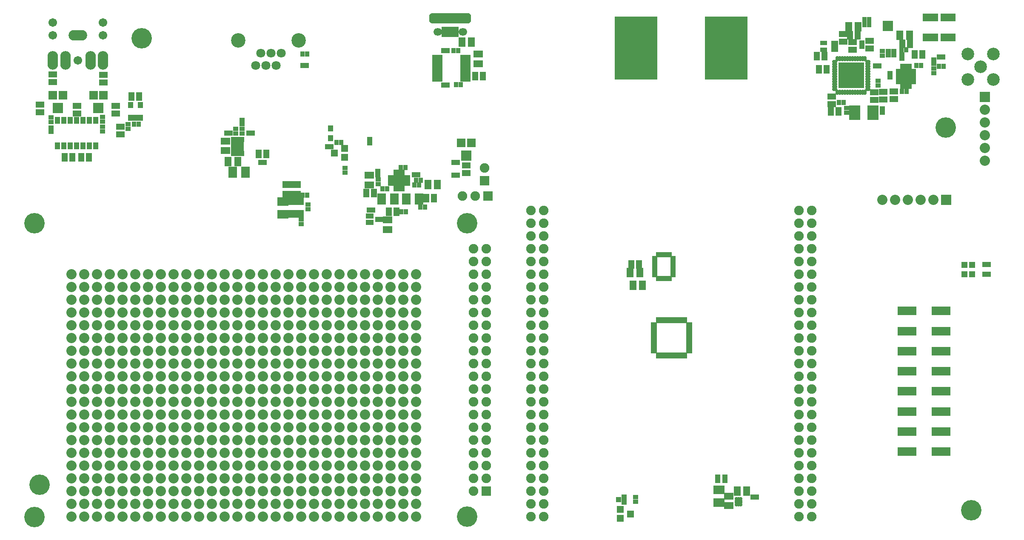
<source format=gts>
G04 (created by PCBNEW-RS274X (2012-jan-04)-stable) date Tue 19 Feb 2013 11:54:23 AM EST*
G01*
G70*
G90*
%MOIN*%
G04 Gerber Fmt 3.4, Leading zero omitted, Abs format*
%FSLAX34Y34*%
G04 APERTURE LIST*
%ADD10C,0.006000*%
%ADD11C,0.160000*%
%ADD12R,0.075000X0.075000*%
%ADD13C,0.075000*%
%ADD14R,0.035700X0.043600*%
%ADD15R,0.043600X0.035700*%
%ADD16R,0.045000X0.065000*%
%ADD17C,0.112900*%
%ADD18C,0.071200*%
%ADD19R,0.029800X0.055400*%
%ADD20R,0.055400X0.029800*%
%ADD21R,0.077100X0.077100*%
%ADD22R,0.065000X0.045000*%
%ADD23R,0.055000X0.075000*%
%ADD24R,0.098700X0.083000*%
%ADD25R,0.029800X0.043600*%
%ADD26C,0.080000*%
%ADD27R,0.080000X0.080000*%
%ADD28R,0.079100X0.118400*%
%ADD29R,0.027900X0.047600*%
%ADD30R,0.047600X0.027900*%
%ADD31C,0.098700*%
%ADD32R,0.075000X0.055000*%
%ADD33R,0.039700X0.055400*%
%ADD34R,0.059400X0.059400*%
%ADD35R,0.067200X0.088900*%
%ADD36R,0.088900X0.067200*%
%ADD37R,0.146000X0.067200*%
%ADD38R,0.080000X0.032500*%
%ADD39R,0.051400X0.051400*%
%ADD40R,0.029800X0.041000*%
%ADD41R,0.041000X0.029800*%
%ADD42C,0.067200*%
%ADD43O,0.083000X0.146000*%
%ADD44O,0.146000X0.083000*%
%ADD45R,0.053500X0.033800*%
%ADD46R,0.039700X0.051500*%
%ADD47R,0.040000X0.050000*%
%ADD48R,0.047600X0.059400*%
%ADD49R,0.056000X0.056000*%
%ADD50R,0.059400X0.043600*%
%ADD51O,0.042000X0.029800*%
%ADD52O,0.029800X0.042000*%
%ADD53R,0.205000X0.205000*%
%ADD54R,0.083000X0.079100*%
%ADD55R,0.067200X0.067200*%
%ADD56R,0.086900X0.114500*%
%ADD57O,0.069200X0.057400*%
%ADD58R,0.079100X0.083000*%
%ADD59R,0.035700X0.079100*%
%ADD60O,0.055400X0.083000*%
%ADD61R,0.029800X0.051500*%
%ADD62R,0.051500X0.029800*%
%ADD63R,0.335000X0.492500*%
%ADD64R,0.040900X0.040900*%
%ADD65C,0.028700*%
G04 APERTURE END LIST*
G54D10*
G54D11*
X35190Y-39770D03*
G54D12*
X36690Y-37770D03*
G54D13*
X35690Y-37770D03*
X36690Y-36770D03*
X35690Y-36770D03*
X36690Y-35770D03*
X35690Y-35770D03*
X36690Y-34770D03*
X35690Y-34770D03*
X36690Y-33770D03*
X35690Y-33770D03*
X36690Y-32770D03*
X35690Y-32770D03*
X36690Y-31770D03*
X35690Y-31770D03*
X36690Y-30770D03*
X35690Y-30770D03*
X36690Y-29770D03*
X35690Y-29770D03*
X36690Y-28770D03*
X35690Y-28770D03*
X36690Y-27770D03*
X35690Y-27770D03*
X36690Y-26770D03*
X35690Y-26770D03*
X36690Y-25770D03*
X35690Y-25770D03*
X36690Y-24770D03*
X35690Y-24770D03*
X36690Y-23770D03*
X35690Y-23770D03*
X36690Y-22770D03*
X35690Y-22770D03*
X36690Y-21770D03*
X35690Y-21770D03*
X36690Y-20770D03*
X35690Y-20770D03*
X36690Y-19770D03*
X35690Y-19770D03*
X36690Y-18770D03*
X35690Y-18770D03*
G54D11*
X35190Y-16770D03*
X01288Y-39805D03*
X01288Y-16770D03*
G54D14*
X69223Y-03180D03*
X69577Y-03180D03*
G54D15*
X69250Y-03533D03*
X69250Y-03887D03*
X67390Y-05967D03*
X67390Y-05613D03*
X68300Y-05357D03*
X68300Y-05003D03*
G54D16*
X63680Y-08000D03*
X64280Y-08000D03*
G54D17*
X21962Y-02450D03*
X17238Y-02450D03*
G54D18*
X20600Y-03434D03*
X20206Y-04419D03*
X19797Y-03434D03*
X19403Y-04419D03*
X18994Y-03434D03*
X18600Y-04419D03*
G54D11*
X01690Y-37270D03*
X72690Y-09270D03*
X74690Y-39270D03*
X09690Y-02270D03*
G54D19*
X29944Y-12844D03*
X30141Y-12844D03*
X29748Y-12844D03*
X29551Y-12844D03*
G54D20*
X30436Y-13139D03*
X30436Y-13335D03*
X30436Y-13729D03*
X30436Y-13533D03*
G54D19*
X29551Y-14025D03*
X29748Y-14025D03*
X30141Y-14025D03*
X29944Y-14025D03*
G54D20*
X29255Y-13533D03*
X29255Y-13729D03*
X29255Y-13335D03*
X29255Y-13139D03*
G54D21*
X29846Y-13434D03*
G54D22*
X67080Y-07120D03*
X67080Y-06520D03*
G54D23*
X48705Y-20650D03*
X47955Y-20650D03*
G54D16*
X48651Y-20002D03*
X48051Y-20002D03*
X09480Y-06860D03*
X08880Y-06860D03*
G54D24*
X17190Y-10770D03*
G54D25*
X17190Y-10219D03*
X16993Y-10219D03*
X16796Y-10219D03*
X16796Y-11321D03*
X17190Y-11321D03*
X16993Y-11321D03*
X17387Y-11321D03*
X17584Y-11321D03*
X17584Y-10219D03*
X17387Y-10219D03*
G54D26*
X16190Y-34770D03*
X16190Y-35770D03*
X17190Y-35770D03*
X17190Y-34770D03*
X19190Y-34770D03*
X19190Y-35770D03*
X18190Y-35770D03*
X18190Y-34770D03*
X18190Y-32770D03*
X18190Y-33770D03*
X19190Y-33770D03*
X19190Y-32770D03*
X17190Y-32770D03*
X17190Y-33770D03*
X16190Y-33770D03*
X16190Y-32770D03*
G54D14*
X67487Y-04460D03*
X67133Y-04460D03*
G54D27*
X68155Y-01325D03*
G54D28*
X69550Y-05270D03*
G54D29*
X69550Y-06018D03*
X69707Y-06018D03*
X69865Y-06018D03*
X69412Y-06018D03*
X69254Y-06018D03*
X69865Y-04522D03*
X69707Y-04521D03*
X69550Y-04521D03*
X69393Y-04521D03*
X69235Y-04521D03*
G54D30*
X68999Y-05270D03*
X68999Y-05427D03*
X68999Y-05585D03*
X68999Y-05113D03*
X68999Y-04955D03*
X68999Y-04798D03*
X68999Y-05742D03*
X70101Y-04798D03*
X70101Y-04955D03*
X70101Y-05113D03*
X70101Y-05270D03*
X70101Y-05427D03*
X70101Y-05585D03*
X70101Y-05742D03*
G54D31*
X75425Y-04515D03*
X76425Y-05515D03*
X74425Y-05515D03*
X74425Y-03515D03*
X76425Y-03515D03*
G54D14*
X33652Y-05945D03*
X33298Y-05945D03*
X34672Y-05920D03*
X34318Y-05920D03*
X33298Y-03240D03*
X33652Y-03240D03*
X34467Y-03240D03*
X34113Y-03240D03*
G54D16*
X36400Y-05240D03*
X35800Y-05240D03*
G54D32*
X36030Y-03525D03*
X36030Y-04275D03*
G54D33*
X04590Y-08720D03*
X04090Y-08720D03*
X03590Y-08720D03*
X03090Y-08720D03*
X05090Y-08720D03*
X05590Y-08720D03*
X06090Y-08720D03*
X04590Y-10720D03*
X05090Y-10720D03*
X05590Y-10720D03*
X06090Y-10720D03*
X04090Y-10720D03*
X03590Y-10720D03*
X03090Y-10720D03*
G54D34*
X72564Y-00648D03*
X73154Y-00648D03*
X73154Y-02222D03*
X72564Y-02222D03*
X71776Y-02222D03*
X71186Y-02222D03*
X71186Y-00648D03*
X71776Y-00648D03*
G54D35*
X17810Y-12780D03*
X16810Y-12780D03*
X28475Y-14865D03*
X29475Y-14865D03*
G54D36*
X20760Y-15070D03*
X20760Y-16070D03*
G54D35*
X30420Y-14865D03*
X31420Y-14865D03*
G54D36*
X54898Y-37666D03*
X54898Y-38666D03*
G54D37*
X69634Y-34683D03*
X72312Y-34683D03*
X69634Y-33108D03*
X72312Y-33108D03*
X69634Y-31533D03*
X72312Y-31533D03*
X69634Y-29958D03*
X72312Y-29958D03*
X69634Y-28384D03*
X72312Y-28384D03*
X69634Y-26809D03*
X72312Y-26809D03*
X69634Y-25234D03*
X72312Y-25234D03*
X69634Y-23659D03*
X72312Y-23659D03*
G54D13*
X40190Y-39770D03*
X40190Y-38770D03*
X40190Y-37770D03*
X40190Y-36770D03*
X40190Y-35770D03*
X40190Y-34770D03*
X40190Y-33770D03*
X40190Y-32770D03*
X40190Y-31770D03*
X40190Y-30770D03*
X40190Y-29770D03*
X40190Y-28770D03*
X40190Y-27770D03*
X40190Y-26770D03*
X40190Y-25770D03*
X40190Y-24770D03*
X40190Y-23770D03*
X40190Y-22770D03*
X40190Y-21770D03*
X40190Y-20770D03*
X40190Y-19770D03*
X40190Y-18770D03*
X40190Y-17770D03*
X40190Y-16770D03*
X40190Y-15770D03*
X62190Y-39770D03*
X62190Y-38770D03*
X62190Y-37770D03*
X62190Y-36770D03*
X62190Y-35770D03*
X62190Y-34770D03*
X62190Y-33770D03*
X62190Y-32770D03*
X62190Y-31770D03*
X62190Y-30770D03*
X62190Y-29770D03*
X62190Y-28770D03*
X62190Y-27770D03*
X62190Y-26770D03*
X62190Y-25770D03*
X62190Y-24770D03*
X62190Y-23770D03*
X62190Y-22770D03*
X62190Y-21770D03*
X62190Y-20770D03*
X62190Y-19770D03*
X62190Y-18770D03*
X62190Y-17770D03*
X62190Y-16770D03*
X62190Y-15770D03*
X61190Y-15770D03*
X61190Y-16770D03*
X61190Y-17770D03*
X61190Y-18770D03*
X61190Y-19770D03*
X61190Y-20770D03*
X61190Y-21770D03*
X61190Y-22770D03*
X61190Y-23770D03*
X61190Y-24770D03*
X61190Y-25770D03*
X61190Y-26770D03*
X61190Y-27770D03*
X61190Y-28770D03*
X61190Y-29770D03*
X61190Y-30770D03*
X61190Y-31770D03*
X61190Y-32770D03*
X61190Y-33770D03*
X61190Y-34770D03*
X61190Y-35770D03*
X61190Y-36770D03*
X61190Y-37770D03*
X61190Y-38770D03*
X61190Y-39770D03*
X41190Y-15770D03*
X41190Y-16770D03*
X41190Y-17770D03*
X41190Y-18770D03*
X41190Y-19770D03*
X41190Y-20770D03*
X41190Y-21770D03*
X41190Y-22770D03*
X41190Y-23770D03*
X41190Y-24770D03*
X41190Y-25770D03*
X41190Y-26770D03*
X41190Y-27770D03*
X41190Y-28770D03*
X41190Y-29770D03*
X41190Y-30770D03*
X41190Y-31770D03*
X41190Y-32770D03*
X41190Y-33770D03*
X41190Y-34770D03*
X41190Y-35770D03*
X41190Y-36770D03*
X41190Y-37770D03*
X41190Y-38770D03*
X41190Y-39770D03*
G54D38*
X35054Y-03747D03*
X35054Y-03997D03*
X35054Y-04497D03*
X35054Y-04247D03*
X35054Y-05247D03*
X35054Y-05497D03*
X35054Y-04997D03*
X35054Y-04747D03*
X32854Y-04747D03*
X32854Y-04997D03*
X32854Y-05497D03*
X32854Y-05247D03*
X32854Y-04247D03*
X32854Y-04497D03*
X32854Y-03997D03*
X32854Y-03747D03*
G54D39*
X74148Y-20042D03*
X74738Y-20042D03*
X74148Y-20790D03*
X74738Y-20790D03*
G54D40*
X51088Y-19253D03*
X50891Y-19253D03*
X50694Y-19253D03*
X50498Y-19253D03*
X50301Y-19253D03*
X50104Y-19253D03*
G54D41*
X49867Y-19490D03*
X49867Y-19687D03*
X49867Y-19884D03*
X49867Y-20081D03*
X49867Y-20277D03*
X49867Y-20474D03*
X49867Y-20671D03*
X49867Y-20868D03*
G54D40*
X50104Y-21105D03*
X50301Y-21105D03*
X50498Y-21105D03*
X50694Y-21105D03*
X50891Y-21105D03*
X51088Y-21105D03*
G54D41*
X51325Y-20868D03*
X51325Y-20671D03*
X51325Y-20474D03*
X51325Y-20277D03*
X51325Y-20081D03*
X51325Y-19884D03*
X51325Y-19687D03*
X51325Y-19490D03*
G54D27*
X72720Y-14940D03*
G54D26*
X71720Y-14940D03*
X70720Y-14940D03*
X69720Y-14940D03*
X68720Y-14940D03*
X67720Y-14940D03*
G54D27*
X75733Y-06892D03*
G54D26*
X75733Y-07892D03*
X75733Y-08892D03*
X75733Y-09892D03*
X75733Y-10892D03*
X75733Y-11892D03*
G54D12*
X36540Y-13455D03*
G54D13*
X36540Y-12455D03*
G54D42*
X04691Y-04010D03*
X06659Y-02042D03*
X06659Y-01057D03*
X02721Y-01057D03*
G54D43*
X02721Y-04010D03*
X05674Y-04010D03*
X06659Y-04010D03*
X03706Y-04010D03*
G54D44*
X04690Y-02042D03*
G54D42*
X02721Y-02042D03*
G54D15*
X68170Y-03268D03*
X68170Y-03622D03*
X68600Y-03268D03*
X68600Y-03622D03*
G54D14*
X22263Y-04420D03*
X22617Y-04420D03*
X22273Y-03520D03*
X22627Y-03520D03*
X25300Y-10435D03*
X24946Y-10435D03*
X24552Y-10790D03*
X24198Y-10790D03*
G54D15*
X25596Y-12817D03*
X25596Y-12463D03*
G54D14*
X34456Y-12005D03*
X34102Y-12005D03*
X34456Y-13005D03*
X34102Y-13005D03*
X31003Y-12980D03*
X31357Y-12980D03*
G54D15*
X71760Y-03933D03*
X71760Y-04287D03*
G54D14*
X31873Y-15520D03*
X31519Y-15520D03*
X75703Y-20022D03*
X76057Y-20022D03*
X75703Y-20770D03*
X76057Y-20770D03*
X31401Y-13788D03*
X31047Y-13788D03*
G54D15*
X28200Y-13712D03*
X28200Y-13358D03*
G54D14*
X18391Y-09727D03*
X18037Y-09727D03*
G54D15*
X17544Y-08664D03*
X17544Y-09018D03*
X64925Y-08107D03*
X64925Y-07753D03*
X67705Y-08122D03*
X67705Y-07768D03*
G54D14*
X69612Y-06435D03*
X69258Y-06435D03*
X70727Y-04405D03*
X70373Y-04405D03*
G54D15*
X71760Y-04653D03*
X71760Y-05007D03*
G54D14*
X72502Y-04470D03*
X72148Y-04470D03*
X72492Y-03745D03*
X72138Y-03745D03*
G54D15*
X67705Y-03283D03*
X67705Y-03637D03*
X54815Y-36985D03*
X54815Y-36631D03*
X55378Y-36985D03*
X55378Y-36631D03*
G54D14*
X57886Y-38245D03*
X57532Y-38245D03*
X27464Y-15756D03*
X27818Y-15756D03*
X66323Y-00800D03*
X66677Y-00800D03*
G54D15*
X08615Y-09372D03*
X08615Y-09018D03*
G54D14*
X09088Y-09020D03*
X09442Y-09020D03*
G54D15*
X02590Y-09268D03*
X02590Y-09622D03*
X06615Y-09218D03*
X06615Y-09572D03*
X06615Y-08443D03*
X06615Y-08797D03*
X02590Y-08493D03*
X02590Y-08847D03*
X22714Y-15664D03*
X22714Y-15310D03*
G54D14*
X22647Y-14570D03*
X22293Y-14570D03*
G54D15*
X22163Y-16845D03*
X22163Y-16491D03*
G54D14*
X30338Y-12410D03*
X29984Y-12410D03*
X30377Y-15874D03*
X30023Y-15874D03*
G54D15*
X27545Y-10173D03*
X27545Y-10527D03*
G54D14*
X31193Y-13400D03*
X31547Y-13400D03*
X66323Y-01200D03*
X66677Y-01200D03*
X28912Y-14095D03*
X28558Y-14095D03*
G54D15*
X17033Y-09392D03*
X17033Y-09746D03*
G54D14*
X19316Y-12010D03*
X18962Y-12010D03*
G54D15*
X17544Y-09392D03*
X17544Y-09746D03*
X66120Y-02598D03*
X66120Y-02952D03*
X28192Y-12666D03*
X28192Y-13020D03*
G54D14*
X16658Y-09707D03*
X16304Y-09707D03*
G54D22*
X06690Y-05745D03*
X06690Y-05145D03*
X02715Y-05720D03*
X02715Y-05120D03*
G54D16*
X65165Y-02055D03*
X65765Y-02055D03*
G54D22*
X65370Y-02585D03*
X65370Y-03185D03*
G54D16*
X29634Y-15874D03*
X29034Y-15874D03*
X27262Y-14418D03*
X27862Y-14418D03*
G54D22*
X07640Y-07570D03*
X07640Y-08170D03*
G54D16*
X62575Y-03685D03*
X63175Y-03685D03*
G54D22*
X63740Y-07430D03*
X63740Y-06830D03*
G54D16*
X19439Y-11341D03*
X18839Y-11341D03*
G54D22*
X64650Y-01950D03*
X64650Y-02550D03*
X01715Y-07470D03*
X01715Y-08070D03*
G54D16*
X05540Y-11620D03*
X04940Y-11620D03*
X03640Y-11620D03*
X04240Y-11620D03*
X63340Y-04700D03*
X62740Y-04700D03*
G54D22*
X08015Y-09820D03*
X08015Y-09220D03*
G54D16*
X32587Y-14811D03*
X31987Y-14811D03*
G54D22*
X67765Y-07080D03*
X67765Y-06480D03*
X66720Y-02470D03*
X66720Y-03070D03*
X68600Y-07060D03*
X68600Y-06460D03*
G54D16*
X70845Y-03540D03*
X70245Y-03540D03*
X69290Y-02700D03*
X69890Y-02700D03*
G54D22*
X35122Y-12260D03*
X35122Y-12860D03*
X04615Y-07595D03*
X04615Y-08195D03*
G54D23*
X65075Y-01375D03*
X65825Y-01375D03*
X69085Y-02060D03*
X69835Y-02060D03*
X48923Y-21656D03*
X48173Y-21656D03*
X32855Y-13740D03*
X32105Y-13740D03*
G54D32*
X55662Y-38165D03*
X55662Y-38915D03*
G54D23*
X56330Y-37792D03*
X57080Y-37792D03*
G54D32*
X21790Y-13755D03*
X21790Y-14505D03*
X21080Y-14505D03*
X21080Y-13755D03*
X27510Y-13025D03*
X27510Y-13775D03*
G54D23*
X35526Y-02573D03*
X34776Y-02573D03*
G54D32*
X16245Y-11086D03*
X16245Y-10336D03*
G54D23*
X16455Y-11940D03*
X17205Y-11940D03*
G54D32*
X28940Y-17273D03*
X28940Y-16523D03*
G54D45*
X63988Y-02915D03*
X63988Y-03171D03*
X63988Y-02659D03*
X63122Y-03171D03*
X63122Y-02659D03*
G54D46*
X24493Y-09333D03*
X24493Y-10121D03*
G54D47*
X08815Y-08520D03*
X09565Y-08520D03*
X08815Y-07520D03*
X09190Y-08520D03*
X09565Y-07520D03*
G54D48*
X21390Y-15030D03*
X21765Y-15030D03*
X22140Y-15030D03*
X22140Y-16030D03*
X21765Y-16030D03*
X21390Y-16030D03*
G54D49*
X25590Y-10920D03*
X25590Y-11620D03*
X24790Y-11270D03*
G54D50*
X27543Y-16721D03*
X27543Y-16209D03*
X28291Y-16465D03*
G54D51*
X66584Y-06273D03*
X66584Y-06076D03*
X66584Y-05879D03*
X66584Y-05682D03*
X66584Y-05485D03*
X66584Y-05288D03*
X66584Y-05082D03*
X66584Y-04885D03*
X66584Y-04688D03*
X66584Y-04491D03*
X66584Y-04294D03*
X66584Y-04107D03*
G54D52*
X66358Y-03881D03*
X66161Y-03881D03*
X65964Y-03881D03*
X65767Y-03881D03*
X65570Y-03881D03*
X65373Y-03881D03*
X65177Y-03881D03*
X64980Y-03881D03*
X64783Y-03881D03*
X64586Y-03881D03*
X64389Y-03881D03*
X64192Y-03881D03*
G54D51*
X63966Y-04107D03*
X63966Y-04304D03*
X63966Y-04501D03*
X63966Y-04698D03*
X63966Y-04895D03*
X63966Y-05092D03*
X63966Y-05288D03*
X63966Y-05485D03*
X63966Y-05682D03*
X63966Y-05879D03*
X63966Y-06076D03*
X63966Y-06273D03*
G54D52*
X64192Y-06499D03*
X64389Y-06499D03*
X64586Y-06499D03*
X64783Y-06499D03*
X64980Y-06499D03*
X65177Y-06499D03*
X65374Y-06499D03*
X65570Y-06499D03*
X65767Y-06499D03*
X65964Y-06499D03*
X66161Y-06499D03*
X66358Y-06499D03*
G54D53*
X65275Y-05190D03*
G54D54*
X03115Y-07763D03*
G54D55*
X02721Y-06759D03*
X03509Y-06759D03*
G54D54*
X06290Y-07763D03*
G54D55*
X05896Y-06759D03*
X06684Y-06759D03*
G54D56*
X66993Y-08105D03*
X65537Y-08105D03*
G54D57*
X32864Y-01770D03*
G54D58*
X32766Y-00707D03*
X34931Y-00707D03*
X33455Y-00707D03*
G54D59*
X34348Y-01786D03*
X34098Y-01786D03*
X33848Y-01786D03*
X33598Y-01786D03*
X33348Y-01786D03*
G54D60*
X32470Y-00707D03*
X35226Y-00707D03*
G54D58*
X34242Y-00707D03*
G54D57*
X34832Y-01770D03*
G54D61*
X50107Y-27146D03*
X50304Y-27146D03*
X50501Y-27146D03*
X50697Y-27146D03*
X50894Y-27146D03*
X51091Y-27146D03*
X51288Y-27146D03*
X51485Y-27146D03*
X51682Y-27146D03*
X51879Y-27146D03*
X52075Y-27146D03*
X52272Y-27146D03*
G54D62*
X52567Y-26852D03*
X52567Y-26655D03*
X52567Y-26458D03*
X52567Y-26262D03*
X52567Y-26065D03*
X52567Y-25868D03*
X52567Y-25671D03*
X52567Y-25474D03*
X52567Y-25277D03*
X52567Y-25080D03*
X52567Y-24884D03*
X52567Y-24687D03*
G54D61*
X52273Y-24392D03*
X52076Y-24392D03*
X51879Y-24392D03*
X51682Y-24392D03*
X51485Y-24392D03*
X51288Y-24392D03*
X51091Y-24392D03*
X50895Y-24392D03*
X50698Y-24392D03*
X50501Y-24392D03*
X50304Y-24392D03*
X50107Y-24392D03*
G54D62*
X49811Y-24687D03*
X49811Y-24884D03*
X49811Y-25080D03*
X49811Y-25277D03*
X49811Y-25474D03*
X49811Y-25671D03*
X49811Y-25868D03*
X49811Y-26065D03*
X49811Y-26262D03*
X49811Y-26458D03*
X49811Y-26655D03*
X49811Y-26852D03*
G54D26*
X20190Y-34770D03*
X20190Y-35770D03*
X21190Y-35770D03*
X21190Y-34770D03*
X23190Y-34770D03*
X23190Y-35770D03*
X22190Y-35770D03*
X22190Y-34770D03*
X22190Y-32770D03*
X22190Y-33770D03*
X23190Y-33770D03*
X23190Y-32770D03*
X21190Y-32770D03*
X21190Y-33770D03*
X20190Y-33770D03*
X20190Y-32770D03*
X20190Y-30770D03*
X20190Y-31770D03*
X21190Y-31770D03*
X21190Y-30770D03*
X23190Y-30770D03*
X23190Y-31770D03*
X22190Y-31770D03*
X22190Y-30770D03*
X22190Y-28770D03*
X22190Y-29770D03*
X23190Y-29770D03*
X23190Y-28770D03*
X21190Y-28770D03*
X21190Y-29770D03*
X20190Y-29770D03*
X20190Y-28770D03*
X16190Y-30770D03*
X16190Y-31770D03*
X17190Y-31770D03*
X17190Y-30770D03*
X19190Y-30770D03*
X19190Y-31770D03*
X18190Y-31770D03*
X18190Y-30770D03*
X18190Y-28770D03*
X18190Y-29770D03*
X19190Y-29770D03*
X19190Y-28770D03*
X17190Y-28770D03*
X17190Y-29770D03*
X16190Y-29770D03*
X16190Y-28770D03*
X24190Y-30770D03*
X24190Y-31770D03*
X25190Y-31770D03*
X25190Y-30770D03*
X27190Y-30770D03*
X27190Y-31770D03*
X26190Y-31770D03*
X26190Y-30770D03*
X26190Y-28770D03*
X26190Y-29770D03*
X27190Y-29770D03*
X27190Y-28770D03*
X25190Y-28770D03*
X25190Y-29770D03*
X24190Y-29770D03*
X24190Y-28770D03*
X28190Y-30770D03*
X28190Y-31770D03*
X29190Y-31770D03*
X29190Y-30770D03*
X31190Y-30770D03*
X31190Y-31770D03*
X30190Y-31770D03*
X30190Y-30770D03*
X30190Y-28770D03*
X30190Y-29770D03*
X31190Y-29770D03*
X31190Y-28770D03*
X29190Y-28770D03*
X29190Y-29770D03*
X28190Y-29770D03*
X28190Y-28770D03*
X28190Y-34770D03*
X28190Y-35770D03*
X29190Y-35770D03*
X29190Y-34770D03*
X31190Y-34770D03*
X31190Y-35770D03*
X30190Y-35770D03*
X30190Y-34770D03*
X30190Y-32770D03*
X30190Y-33770D03*
X31190Y-33770D03*
X31190Y-32770D03*
X29190Y-32770D03*
X29190Y-33770D03*
X28190Y-33770D03*
X28190Y-32770D03*
X24190Y-34770D03*
X24190Y-35770D03*
X25190Y-35770D03*
X25190Y-34770D03*
X27190Y-34770D03*
X27190Y-35770D03*
X26190Y-35770D03*
X26190Y-34770D03*
X26190Y-32770D03*
X26190Y-33770D03*
X27190Y-33770D03*
X27190Y-32770D03*
X25190Y-32770D03*
X25190Y-33770D03*
X24190Y-33770D03*
X24190Y-32770D03*
X24190Y-26770D03*
X24190Y-27770D03*
X25190Y-27770D03*
X25190Y-26770D03*
X27190Y-26770D03*
X27190Y-27770D03*
X26190Y-27770D03*
X26190Y-26770D03*
X26190Y-24770D03*
X26190Y-25770D03*
X27190Y-25770D03*
X27190Y-24770D03*
X25190Y-24770D03*
X25190Y-25770D03*
X24190Y-25770D03*
X24190Y-24770D03*
X28190Y-26770D03*
X28190Y-27770D03*
X29190Y-27770D03*
X29190Y-26770D03*
X31190Y-26770D03*
X31190Y-27770D03*
X30190Y-27770D03*
X30190Y-26770D03*
X30190Y-24770D03*
X30190Y-25770D03*
X31190Y-25770D03*
X31190Y-24770D03*
X29190Y-24770D03*
X29190Y-25770D03*
X28190Y-25770D03*
X28190Y-24770D03*
X28190Y-22770D03*
X28190Y-23770D03*
X29190Y-23770D03*
X29190Y-22770D03*
X31190Y-22770D03*
X31190Y-23770D03*
X30190Y-23770D03*
X30190Y-22770D03*
X30190Y-20770D03*
X30190Y-21770D03*
X31190Y-21770D03*
X31190Y-20770D03*
X29190Y-20770D03*
X29190Y-21770D03*
X28190Y-21770D03*
X28190Y-20770D03*
X24190Y-22770D03*
X24190Y-23770D03*
X25190Y-23770D03*
X25190Y-22770D03*
X27190Y-22770D03*
X27190Y-23770D03*
X26190Y-23770D03*
X26190Y-22770D03*
X26190Y-20770D03*
X26190Y-21770D03*
X27190Y-21770D03*
X27190Y-20770D03*
X25190Y-20770D03*
X25190Y-21770D03*
X24190Y-21770D03*
X24190Y-20770D03*
X20190Y-26770D03*
X20190Y-27770D03*
X21190Y-27770D03*
X21190Y-26770D03*
X23190Y-26770D03*
X23190Y-27770D03*
X22190Y-27770D03*
X22190Y-26770D03*
X22190Y-24770D03*
X22190Y-25770D03*
X23190Y-25770D03*
X23190Y-24770D03*
X21190Y-24770D03*
X21190Y-25770D03*
X20190Y-25770D03*
X20190Y-24770D03*
X16190Y-26770D03*
X16190Y-27770D03*
X17190Y-27770D03*
X17190Y-26770D03*
X19190Y-26770D03*
X19190Y-27770D03*
X18190Y-27770D03*
X18190Y-26770D03*
X18190Y-24770D03*
X18190Y-25770D03*
X19190Y-25770D03*
X19190Y-24770D03*
X17190Y-24770D03*
X17190Y-25770D03*
X16190Y-25770D03*
X16190Y-24770D03*
X16190Y-22770D03*
X16190Y-23770D03*
X17190Y-23770D03*
X17190Y-22770D03*
X19190Y-22770D03*
X19190Y-23770D03*
X18190Y-23770D03*
X18190Y-22770D03*
X18190Y-20770D03*
X18190Y-21770D03*
X19190Y-21770D03*
X19190Y-20770D03*
X17190Y-20770D03*
X17190Y-21770D03*
X16190Y-21770D03*
X16190Y-20770D03*
X04190Y-34770D03*
X04190Y-35770D03*
X05190Y-35770D03*
X05190Y-34770D03*
X07190Y-34770D03*
X07190Y-35770D03*
X06190Y-35770D03*
X06190Y-34770D03*
X06190Y-32770D03*
X06190Y-33770D03*
X07190Y-33770D03*
X07190Y-32770D03*
X05190Y-32770D03*
X05190Y-33770D03*
X04190Y-33770D03*
X04190Y-32770D03*
X12190Y-34770D03*
X12190Y-35770D03*
X13190Y-35770D03*
X13190Y-34770D03*
X15190Y-34770D03*
X15190Y-35770D03*
X14190Y-35770D03*
X14190Y-34770D03*
X14190Y-32770D03*
X14190Y-33770D03*
X15190Y-33770D03*
X15190Y-32770D03*
X13190Y-32770D03*
X13190Y-33770D03*
X12190Y-33770D03*
X12190Y-32770D03*
X12190Y-30770D03*
X12190Y-31770D03*
X13190Y-31770D03*
X13190Y-30770D03*
X15190Y-30770D03*
X15190Y-31770D03*
X14190Y-31770D03*
X14190Y-30770D03*
X14190Y-28770D03*
X14190Y-29770D03*
X15190Y-29770D03*
X15190Y-28770D03*
X13190Y-28770D03*
X13190Y-29770D03*
X12190Y-29770D03*
X12190Y-28770D03*
X12190Y-22770D03*
X12190Y-23770D03*
X13190Y-23770D03*
X13190Y-22770D03*
X15190Y-22770D03*
X15190Y-23770D03*
X14190Y-23770D03*
X14190Y-22770D03*
X14190Y-20770D03*
X14190Y-21770D03*
X15190Y-21770D03*
X15190Y-20770D03*
X13190Y-20770D03*
X13190Y-21770D03*
X12190Y-21770D03*
X12190Y-20770D03*
X12190Y-26770D03*
X12190Y-27770D03*
X13190Y-27770D03*
X13190Y-26770D03*
X15190Y-26770D03*
X15190Y-27770D03*
X14190Y-27770D03*
X14190Y-26770D03*
X14190Y-24770D03*
X14190Y-25770D03*
X15190Y-25770D03*
X15190Y-24770D03*
X13190Y-24770D03*
X13190Y-25770D03*
X12190Y-25770D03*
X12190Y-24770D03*
X04190Y-26770D03*
X04190Y-27770D03*
X05190Y-27770D03*
X05190Y-26770D03*
X07190Y-26770D03*
X07190Y-27770D03*
X06190Y-27770D03*
X06190Y-26770D03*
X06190Y-24770D03*
X06190Y-25770D03*
X07190Y-25770D03*
X07190Y-24770D03*
X05190Y-24770D03*
X05190Y-25770D03*
X04190Y-25770D03*
X04190Y-24770D03*
X04190Y-22770D03*
X04190Y-23770D03*
X05190Y-23770D03*
X05190Y-22770D03*
X07190Y-22770D03*
X07190Y-23770D03*
X06190Y-23770D03*
X06190Y-22770D03*
X06190Y-20770D03*
X06190Y-21770D03*
X07190Y-21770D03*
X07190Y-20770D03*
X05190Y-20770D03*
X05190Y-21770D03*
X04190Y-21770D03*
X04190Y-20770D03*
X04190Y-30770D03*
X04190Y-31770D03*
X05190Y-31770D03*
X05190Y-30770D03*
X07190Y-30770D03*
X07190Y-31770D03*
X06190Y-31770D03*
X06190Y-30770D03*
X06190Y-28770D03*
X06190Y-29770D03*
X07190Y-29770D03*
X07190Y-28770D03*
X05190Y-28770D03*
X05190Y-29770D03*
X04190Y-29770D03*
X04190Y-28770D03*
X04190Y-38770D03*
X04190Y-39770D03*
X05190Y-39770D03*
X05190Y-38770D03*
X07190Y-38770D03*
X07190Y-39770D03*
X06190Y-39770D03*
X06190Y-38770D03*
X06190Y-36770D03*
X06190Y-37770D03*
X07190Y-37770D03*
X07190Y-36770D03*
X05190Y-36770D03*
X05190Y-37770D03*
X04190Y-37770D03*
X04190Y-36770D03*
X12190Y-38770D03*
X12190Y-39770D03*
X13190Y-39770D03*
X13190Y-38770D03*
X15190Y-38770D03*
X15190Y-39770D03*
X14190Y-39770D03*
X14190Y-38770D03*
X14190Y-36770D03*
X14190Y-37770D03*
X15190Y-37770D03*
X15190Y-36770D03*
X13190Y-36770D03*
X13190Y-37770D03*
X12190Y-37770D03*
X12190Y-36770D03*
X16190Y-38770D03*
X16190Y-39770D03*
X17190Y-39770D03*
X17190Y-38770D03*
X19190Y-38770D03*
X19190Y-39770D03*
X18190Y-39770D03*
X18190Y-38770D03*
X18190Y-36770D03*
X18190Y-37770D03*
X19190Y-37770D03*
X19190Y-36770D03*
X17190Y-36770D03*
X17190Y-37770D03*
X16190Y-37770D03*
X16190Y-36770D03*
X20190Y-38770D03*
X20190Y-39770D03*
X21190Y-39770D03*
X21190Y-38770D03*
X23190Y-38770D03*
X23190Y-39770D03*
X22190Y-39770D03*
X22190Y-38770D03*
X22190Y-36770D03*
X22190Y-37770D03*
X23190Y-37770D03*
X23190Y-36770D03*
X21190Y-36770D03*
X21190Y-37770D03*
X20190Y-37770D03*
X20190Y-36770D03*
X24190Y-38770D03*
X24190Y-39770D03*
X25190Y-39770D03*
X25190Y-38770D03*
X27190Y-38770D03*
X27190Y-39770D03*
X26190Y-39770D03*
X26190Y-38770D03*
X26190Y-36770D03*
X26190Y-37770D03*
X27190Y-37770D03*
X27190Y-36770D03*
X25190Y-36770D03*
X25190Y-37770D03*
X24190Y-37770D03*
X24190Y-36770D03*
X28190Y-38770D03*
X28190Y-39770D03*
X29190Y-39770D03*
X29190Y-38770D03*
X31190Y-38770D03*
X31190Y-39770D03*
X30190Y-39770D03*
X30190Y-38770D03*
X30190Y-36770D03*
X30190Y-37770D03*
X31190Y-37770D03*
X31190Y-36770D03*
X29190Y-36770D03*
X29190Y-37770D03*
X28190Y-37770D03*
X28190Y-36770D03*
X08190Y-38770D03*
X08190Y-39770D03*
X09190Y-39770D03*
X09190Y-38770D03*
X11190Y-38770D03*
X11190Y-39770D03*
X10190Y-39770D03*
X10190Y-38770D03*
X10190Y-36770D03*
X10190Y-37770D03*
X11190Y-37770D03*
X11190Y-36770D03*
X09190Y-36770D03*
X09190Y-37770D03*
X08190Y-37770D03*
X08190Y-36770D03*
X08190Y-22770D03*
X08190Y-23770D03*
X09190Y-23770D03*
X09190Y-22770D03*
X11190Y-22770D03*
X11190Y-23770D03*
X10190Y-23770D03*
X10190Y-22770D03*
X10190Y-20770D03*
X10190Y-21770D03*
X11190Y-21770D03*
X11190Y-20770D03*
X09190Y-20770D03*
X09190Y-21770D03*
X08190Y-21770D03*
X08190Y-20770D03*
X08190Y-26770D03*
X08190Y-27770D03*
X09190Y-27770D03*
X09190Y-26770D03*
X11190Y-26770D03*
X11190Y-27770D03*
X10190Y-27770D03*
X10190Y-26770D03*
X10190Y-24770D03*
X10190Y-25770D03*
X11190Y-25770D03*
X11190Y-24770D03*
X09190Y-24770D03*
X09190Y-25770D03*
X08190Y-25770D03*
X08190Y-24770D03*
X08190Y-34770D03*
X08190Y-35770D03*
X09190Y-35770D03*
X09190Y-34770D03*
X11190Y-34770D03*
X11190Y-35770D03*
X10190Y-35770D03*
X10190Y-34770D03*
X10190Y-32770D03*
X10190Y-33770D03*
X11190Y-33770D03*
X11190Y-32770D03*
X09190Y-32770D03*
X09190Y-33770D03*
X08190Y-33770D03*
X08190Y-32770D03*
X20190Y-22770D03*
X20190Y-23770D03*
X21190Y-23770D03*
X21190Y-22770D03*
X23190Y-22770D03*
X23190Y-23770D03*
X22190Y-23770D03*
X22190Y-22770D03*
X22190Y-20770D03*
X22190Y-21770D03*
X23190Y-21770D03*
X23190Y-20770D03*
X21190Y-20770D03*
X21190Y-21770D03*
X20190Y-21770D03*
X20190Y-20770D03*
X08190Y-30770D03*
X08190Y-31770D03*
X09190Y-31770D03*
X09190Y-30770D03*
X11190Y-30770D03*
X11190Y-31770D03*
X10190Y-31770D03*
X10190Y-30770D03*
X10190Y-28770D03*
X10190Y-29770D03*
X11190Y-29770D03*
X11190Y-28770D03*
X09190Y-28770D03*
X09190Y-29770D03*
X08190Y-29770D03*
X08190Y-28770D03*
G54D14*
X64667Y-07300D03*
X64313Y-07300D03*
G54D63*
X48407Y-03041D03*
X55493Y-03040D03*
G54D54*
X35100Y-11488D03*
G54D55*
X34706Y-10484D03*
X35494Y-10484D03*
G54D49*
X47184Y-39927D03*
X47184Y-39227D03*
X47984Y-39577D03*
G54D15*
X48371Y-38612D03*
X48371Y-38258D03*
G54D12*
X36812Y-14656D03*
G54D13*
X35812Y-14656D03*
X34812Y-14656D03*
G54D64*
X47466Y-38632D03*
X47033Y-38435D03*
X47466Y-38238D03*
G54D65*
X56287Y-38536D03*
X56287Y-38694D03*
X56287Y-38379D03*
X56445Y-38379D03*
X56445Y-38536D03*
X56445Y-38694D03*
X56602Y-38379D03*
X56602Y-38536D03*
X56602Y-38694D03*
X56602Y-38851D03*
X56445Y-38851D03*
X56287Y-38851D03*
M02*

</source>
